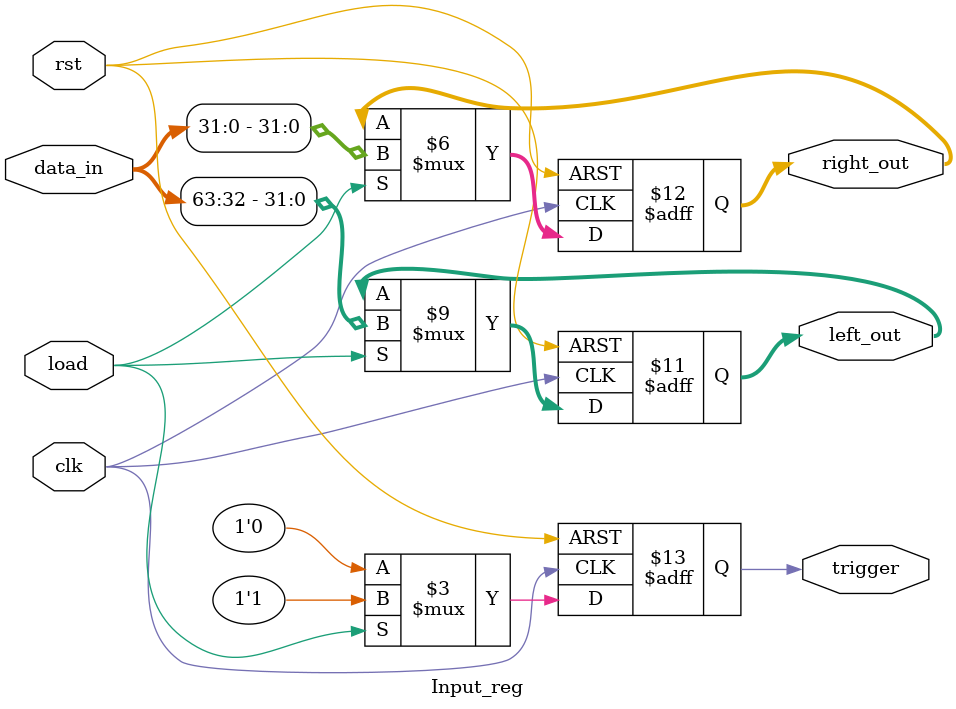
<source format=v>
`timescale 1ns/100ps

module Input_reg(
    input clk, rst, load,
    input [63:0] data_in,
    output reg [31:0] left_out, right_out,
    output reg trigger
);

always @(posedge clk or posedge rst) begin
    if (rst) begin
        left_out <= 0;
        right_out <= 0;
        trigger <= 0;
    end 
    else begin
        if (load) begin
            left_out <= data_in[63:32];  // upper bits
            right_out <= data_in[31:0];   // lower bits
            trigger <= 1;
        end 
        else begin
            trigger <= 0;
        end
    end
end
endmodule
</source>
